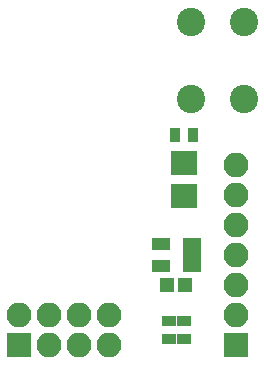
<source format=gts>
G04 #@! TF.FileFunction,Soldermask,Top*
%FSLAX46Y46*%
G04 Gerber Fmt 4.6, Leading zero omitted, Abs format (unit mm)*
G04 Created by KiCad (PCBNEW 4.0.6) date 08/05/17 14:41:28*
%MOMM*%
%LPD*%
G01*
G04 APERTURE LIST*
%ADD10C,0.100000*%
%ADD11R,2.100000X2.100000*%
%ADD12O,2.100000X2.100000*%
%ADD13R,2.200000X2.000000*%
%ADD14R,1.200000X1.150000*%
%ADD15R,1.620000X1.050000*%
%ADD16R,0.900000X1.300000*%
%ADD17R,1.300000X0.900000*%
%ADD18C,2.400000*%
G04 APERTURE END LIST*
D10*
D11*
X33655000Y-195580000D03*
D12*
X33655000Y-193040000D03*
X33655000Y-190500000D03*
X33655000Y-187960000D03*
X33655000Y-185420000D03*
X33655000Y-182880000D03*
X33655000Y-180340000D03*
D13*
X29210000Y-183010000D03*
X29210000Y-180210000D03*
D14*
X27825000Y-190500000D03*
X29325000Y-190500000D03*
D11*
X15240000Y-195580000D03*
D12*
X15240000Y-193040000D03*
X17780000Y-195580000D03*
X17780000Y-193040000D03*
X20320000Y-195580000D03*
X20320000Y-193040000D03*
X22860000Y-195580000D03*
X22860000Y-193040000D03*
D15*
X29885000Y-188910000D03*
X29885000Y-187960000D03*
X29885000Y-187010000D03*
X27265000Y-187010000D03*
X27265000Y-188910000D03*
D16*
X28460000Y-177800000D03*
X29960000Y-177800000D03*
D17*
X27940000Y-193560000D03*
X27940000Y-195060000D03*
X29210000Y-193560000D03*
X29210000Y-195060000D03*
D18*
X29790000Y-168275000D03*
X34290000Y-168275000D03*
X29790000Y-174775000D03*
X34290000Y-174775000D03*
M02*

</source>
